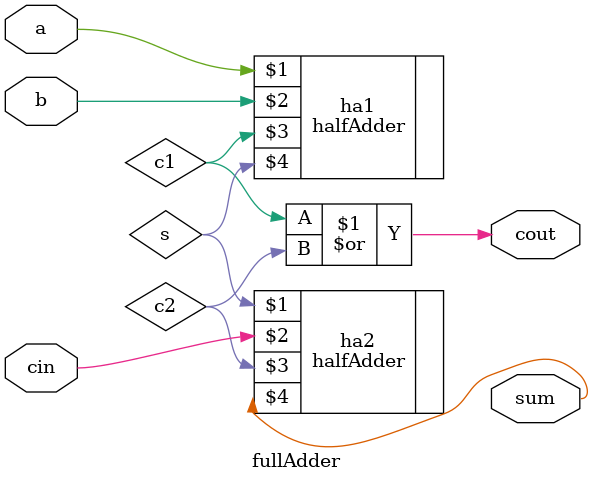
<source format=v>
`timescale 1ns / 1ps
module fullAdder (a, b, cin, cout, sum);
    input  a, b, cin;
    output cout, sum;
    wire c1, c2, s;
    halfAdder ha1(a, b, c1, s);
    halfAdder ha2(s, cin, c2, sum);
    or g1(cout, c1, c2);
endmodule

</source>
